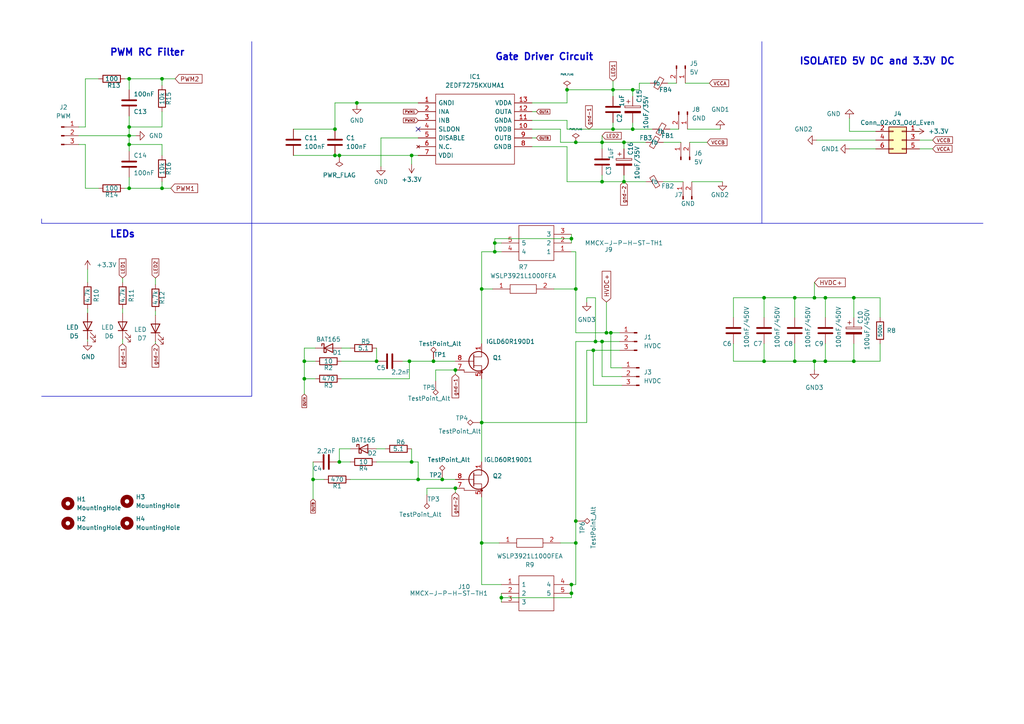
<source format=kicad_sch>
(kicad_sch (version 20230121) (generator eeschema)
  (paper "A4")
  (lib_symbols
    (symbol "2EDF7275KXUMA1:2EDF7275KXUMA1" (pin_names (offset 0.762))
      (property "Reference" "IC" (at 29.21 7.62 0))
      (property "Value" "2EDF7275KXUMA1" (at 29.21 5.08 0))
      (symbol "2EDF7275KXUMA1_0_0"
        (pin passive line (at 0 0 0) (length 5.08) (name "GNDI") (number "1"))
        (pin passive line (at 33.02 -7.62 180) (length 5.08) (name "VDDB") (number "10"))
        (pin passive line (at 33.02 -5.08 180) (length 5.08) (name "GNDA") (number "11"))
        (pin passive line (at 33.02 -2.54 180) (length 5.08) (name "OUTA") (number "12"))
        (pin passive line (at 33.02 0 180) (length 5.08) (name "VDDA") (number "13"))
        (pin passive line (at 0 -2.54 0) (length 5.08) (name "INA") (number "2"))
        (pin passive line (at 0 -5.08 0) (length 5.08) (name "INB") (number "3"))
        (pin passive line (at 0 -7.62 0) (length 5.08) (name "SLDON") (number "4"))
        (pin passive line (at 0 -10.16 0) (length 5.08) (name "DISABLE") (number "5"))
        (pin no_connect line (at 0 -12.7 0) (length 5.08) (name "N.C.") (number "6"))
        (pin passive line (at 0 -15.24 0) (length 5.08) (name "VDDI") (number "7"))
        (pin passive line (at 33.02 -12.7 180) (length 5.08) (name "GNDB") (number "8"))
        (pin passive line (at 33.02 -10.16 180) (length 5.08) (name "OUTB") (number "9"))
      )
      (symbol "2EDF7275KXUMA1_0_1"
        (polyline (pts (xy 5.08 2.54) (xy 27.94 2.54) (xy 27.94 -17.78) (xy 5.08 -17.78) (xy 5.08 2.54)) (stroke (width 0.1524)))
      )
    )
    (symbol "Connector:Conn_01x02_Male" (pin_names (offset 1.016) hide)
      (property "Reference" "J" (at 0 2.54 0))
      (property "Value" "Conn_01x02_Male" (at 0 -5.08 0))
      (symbol "Conn_01x02_Male_1_1"
        (polyline (pts (xy 1.27 -2.54) (xy 0.8636 -2.54)) (stroke (width 0.1524)))
        (polyline (pts (xy 1.27 0) (xy 0.8636 0)) (stroke (width 0.1524)))
        (rectangle (start 0.8636 -2.413) (end 0 -2.667) (stroke (width 0.1524)) (fill (type outline)))
        (rectangle (start 0.8636 0.127) (end 0 -0.127) (stroke (width 0.1524)) (fill (type outline)))
        (pin passive line (at 5.08 0 180) (length 3.81) (name "Pin_1") (number "1"))
        (pin passive line (at 5.08 -2.54 180) (length 3.81) (name "Pin_2") (number "2"))
      )
    )
    (symbol "Connector:Conn_01x03_Male" (pin_names (offset 1.016) hide)
      (property "Reference" "J" (at 0 5.08 0))
      (property "Value" "Conn_01x03_Male" (at 0 -5.08 0))
      (symbol "Conn_01x03_Male_1_1"
        (polyline (pts (xy 1.27 -2.54) (xy 0.8636 -2.54)) (stroke (width 0.1524)))
        (polyline (pts (xy 1.27 0) (xy 0.8636 0)) (stroke (width 0.1524)))
        (polyline (pts (xy 1.27 2.54) (xy 0.8636 2.54)) (stroke (width 0.1524)))
        (rectangle (start 0.8636 -2.413) (end 0 -2.667) (stroke (width 0.1524)) (fill (type outline)))
        (rectangle (start 0.8636 0.127) (end 0 -0.127) (stroke (width 0.1524)) (fill (type outline)))
        (rectangle (start 0.8636 2.667) (end 0 2.413) (stroke (width 0.1524)) (fill (type outline)))
        (pin passive line (at 5.08 2.54 180) (length 3.81) (name "Pin_1") (number "1"))
        (pin passive line (at 5.08 0 180) (length 3.81) (name "Pin_2") (number "2"))
        (pin passive line (at 5.08 -2.54 180) (length 3.81) (name "Pin_3") (number "3"))
      )
    )
    (symbol "Connector:TestPoint_Alt" (pin_numbers hide) (pin_names (offset 0.762) hide)
      (property "Reference" "TP" (at 0 6.858 0))
      (property "Value" "TestPoint_Alt" (at 0 5.08 0))
      (symbol "TestPoint_Alt_0_1"
        (polyline (pts (xy 0 2.54) (xy -0.762 3.302) (xy 0 4.064) (xy 0.762 3.302) (xy 0 2.54)))
      )
      (symbol "TestPoint_Alt_1_1"
        (pin passive line (at 0 0 90) (length 2.54) (name "1") (number "1"))
      )
    )
    (symbol "Connector_Generic:Conn_02x03_Odd_Even" (pin_names (offset 1.016) hide)
      (property "Reference" "J" (at 1.27 5.08 0))
      (property "Value" "Conn_02x03_Odd_Even" (at 1.27 -5.08 0))
      (symbol "Conn_02x03_Odd_Even_1_1"
        (rectangle (start -1.27 -2.413) (end 0 -2.667) (stroke (width 0.1524)))
        (rectangle (start -1.27 0.127) (end 0 -0.127) (stroke (width 0.1524)))
        (rectangle (start -1.27 2.667) (end 0 2.413) (stroke (width 0.1524)))
        (rectangle (start -1.27 3.81) (end 3.81 -3.81) (stroke (width 0.254)) (fill (type background)))
        (rectangle (start 3.81 -2.413) (end 2.54 -2.667) (stroke (width 0.1524)))
        (rectangle (start 3.81 0.127) (end 2.54 -0.127) (stroke (width 0.1524)))
        (rectangle (start 3.81 2.667) (end 2.54 2.413) (stroke (width 0.1524)))
        (pin passive line (at -5.08 2.54 0) (length 3.81) (name "Pin_1") (number "1"))
        (pin passive line (at 7.62 2.54 180) (length 3.81) (name "Pin_2") (number "2"))
        (pin passive line (at -5.08 0 0) (length 3.81) (name "Pin_3") (number "3"))
        (pin passive line (at 7.62 0 180) (length 3.81) (name "Pin_4") (number "4"))
        (pin passive line (at -5.08 -2.54 0) (length 3.81) (name "Pin_5") (number "5"))
        (pin passive line (at 7.62 -2.54 180) (length 3.81) (name "Pin_6") (number "6"))
      )
    )
    (symbol "Device:C" (pin_numbers hide) (pin_names (offset 0.254))
      (property "Reference" "C" (at 0.635 2.54 0))
      (property "Value" "C" (at 0.635 -2.54 0))
      (symbol "C_0_1"
        (polyline (pts (xy -2.032 -0.762) (xy 2.032 -0.762)) (stroke (width 0.508)))
        (polyline (pts (xy -2.032 0.762) (xy 2.032 0.762)) (stroke (width 0.508)))
      )
      (symbol "C_1_1"
        (pin passive line (at 0 3.81 270) (length 2.794) (name "~") (number "1"))
        (pin passive line (at 0 -3.81 90) (length 2.794) (name "~") (number "2"))
      )
    )
    (symbol "Device:C_Polarized" (pin_numbers hide) (pin_names (offset 0.254))
      (property "Reference" "C" (at 0.635 2.54 0))
      (property "Value" "C_Polarized" (at 0.635 -2.54 0))
      (symbol "C_Polarized_0_1"
        (rectangle (start -2.286 0.508) (end 2.286 1.016))
        (polyline (pts (xy -1.778 2.286) (xy -0.762 2.286)))
        (polyline (pts (xy -1.27 2.794) (xy -1.27 1.778)))
        (rectangle (start 2.286 -0.508) (end -2.286 -1.016) (fill (type outline)))
      )
      (symbol "C_Polarized_1_1"
        (pin passive line (at 0 3.81 270) (length 2.794) (name "~") (number "1"))
        (pin passive line (at 0 -3.81 90) (length 2.794) (name "~") (number "2"))
      )
    )
    (symbol "Device:D_Schottky" (pin_numbers hide) (pin_names (offset 1.016) hide)
      (property "Reference" "D" (at 0 2.54 0))
      (property "Value" "D_Schottky" (at 0 -2.54 0))
      (symbol "D_Schottky_0_1"
        (polyline (pts (xy 1.27 0) (xy -1.27 0)))
        (polyline (pts (xy 1.27 1.27) (xy 1.27 -1.27) (xy -1.27 0) (xy 1.27 1.27)) (stroke (width 0.254)))
        (polyline (pts (xy -1.905 0.635) (xy -1.905 1.27) (xy -1.27 1.27) (xy -1.27 -1.27) (xy -0.635 -1.27) (xy -0.635 -0.635)) (stroke (width 0.254)))
      )
      (symbol "D_Schottky_1_1"
        (pin passive line (at -3.81 0 0) (length 2.54) (name "K") (number "1"))
        (pin passive line (at 3.81 0 180) (length 2.54) (name "A") (number "2"))
      )
    )
    (symbol "Device:FerriteBead_Small" (pin_numbers hide) (pin_names (offset 0))
      (property "Reference" "FB" (at 1.905 1.27 0))
      (property "Value" "FerriteBead_Small" (at 1.905 -1.27 0))
      (symbol "FerriteBead_Small_0_1"
        (polyline (pts (xy 0 -1.27) (xy 0 -0.7874)))
        (polyline (pts (xy 0 0.889) (xy 0 1.2954)))
        (polyline (pts (xy -1.8288 0.2794) (xy -1.1176 1.4986) (xy 1.8288 -0.2032) (xy 1.1176 -1.4224) (xy -1.8288 0.2794)))
      )
      (symbol "FerriteBead_Small_1_1"
        (pin passive line (at 0 2.54 270) (length 1.27) (name "~") (number "1"))
        (pin passive line (at 0 -2.54 90) (length 1.27) (name "~") (number "2"))
      )
    )
    (symbol "Device:LED" (pin_numbers hide) (pin_names (offset 1.016) hide)
      (property "Reference" "D" (at 0 2.54 0))
      (property "Value" "LED" (at 0 -2.54 0))
      (symbol "LED_0_1"
        (polyline (pts (xy -1.27 -1.27) (xy -1.27 1.27)) (stroke (width 0.254)))
        (polyline (pts (xy -1.27 0) (xy 1.27 0)))
        (polyline (pts (xy 1.27 -1.27) (xy 1.27 1.27) (xy -1.27 0) (xy 1.27 -1.27)) (stroke (width 0.254)))
        (polyline (pts (xy -3.048 -0.762) (xy -4.572 -2.286) (xy -3.81 -2.286) (xy -4.572 -2.286) (xy -4.572 -1.524)))
        (polyline (pts (xy -1.778 -0.762) (xy -3.302 -2.286) (xy -2.54 -2.286) (xy -3.302 -2.286) (xy -3.302 -1.524)))
      )
      (symbol "LED_1_1"
        (pin passive line (at -3.81 0 0) (length 2.54) (name "K") (number "1"))
        (pin passive line (at 3.81 0 180) (length 2.54) (name "A") (number "2"))
      )
    )
    (symbol "Device:R" (pin_numbers hide) (pin_names (offset 0))
      (property "Reference" "R" (at 2.032 0 90))
      (property "Value" "R" (at 0 0 90))
      (symbol "R_0_1"
        (rectangle (start -1.016 -2.54) (end 1.016 2.54) (stroke (width 0.254)))
      )
      (symbol "R_1_1"
        (pin passive line (at 0 3.81 270) (length 1.27) (name "~") (number "1"))
        (pin passive line (at 0 -3.81 90) (length 1.27) (name "~") (number "2"))
      )
    )
    (symbol "MMCX-J-P-H-ST-TH1:MMCX-J-P-H-ST-TH1" (pin_names (offset 0.762))
      (property "Reference" "J" (at 16.51 7.62 0))
      (property "Value" "MMCX-J-P-H-ST-TH1" (at 16.51 5.08 0))
      (symbol "MMCX-J-P-H-ST-TH1_0_0"
        (pin passive line (at 0 0 0) (length 5.08) (name "1") (number "1"))
        (pin passive line (at 0 -2.54 0) (length 5.08) (name "2") (number "2"))
        (pin passive line (at 0 -5.08 0) (length 5.08) (name "3") (number "3"))
        (pin passive line (at 20.32 0 180) (length 5.08) (name "4") (number "4"))
        (pin passive line (at 20.32 -2.54 180) (length 5.08) (name "5") (number "5"))
      )
      (symbol "MMCX-J-P-H-ST-TH1_0_1"
        (polyline (pts (xy 5.08 2.54) (xy 15.24 2.54) (xy 15.24 -7.62) (xy 5.08 -7.62) (xy 5.08 2.54)) (stroke (width 0.1524)))
      )
    )
    (symbol "Mechanical:MountingHole" (pin_names (offset 1.016))
      (property "Reference" "H" (at 0 5.08 0))
      (property "Value" "MountingHole" (at 0 3.175 0))
      (symbol "MountingHole_0_1"
        (circle (center 0 0) (radius 1.27) (stroke (width 1.27)))
      )
    )
    (symbol "Transistor_FET:IGLD60R190D1" (pin_names (offset 0) hide)
      (property "Reference" "Q" (at 5.08 1.905 0))
      (property "Value" "IGLD60R190D1" (at 5.08 0 0))
      (symbol "IGLD60R190D1_0_1"
        (polyline (pts (xy -2.54 0) (xy 0.254 0)))
        (polyline (pts (xy -2.54 -2.54) (xy -2.54 -3.175) (xy 2.54 -3.175)))
        (polyline (pts (xy 0.254 -1.27) (xy 2.54 -1.27) (xy 2.54 -2.54)))
        (polyline (pts (xy 0.254 1.905) (xy 0.254 -1.905) (xy 0.254 -1.905)) (stroke (width 0.254)))
        (polyline (pts (xy 2.54 2.54) (xy 2.54 1.27) (xy 0.254 1.27)))
        (circle (center 1.651 0) (radius 2.8194) (stroke (width 0.254)))
        (circle (center 2.54 -3.175) (radius 0.2794) (fill (type outline)))
      )
      (symbol "IGLD60R190D1_1_1"
        (pin passive line (at 2.54 5.08 270) (length 2.54) (name "D") (number "1"))
        (pin passive line (at 2.54 5.08 270) (length 2.54) hide (name "D") (number "2"))
        (pin passive line (at 2.54 5.08 270) (length 2.54) hide (name "D") (number "3"))
        (pin passive line (at 2.54 5.08 270) (length 2.54) hide (name "D") (number "4"))
        (pin passive line (at 2.54 -5.08 90) (length 2.54) (name "S") (number "5"))
        (pin passive line (at 2.54 -5.08 90) (length 2.54) hide (name "S") (number "6"))
        (pin passive line (at -5.08 -2.54 0) (length 2.54) (name "SS") (number "7"))
        (pin input line (at -5.08 0 0) (length 2.54) (name "G") (number "8"))
        (pin passive line (at 2.54 -5.08 90) (length 2.54) hide (name "S") (number "9"))
      )
    )
    (symbol "WSLP3921L1000FEA:WSLP3921L1000FEA" (pin_names (offset 0.762))
      (property "Reference" "R" (at 13.97 6.35 0))
      (property "Value" "WSLP3921L1000FEA" (at 13.97 3.81 0))
      (symbol "WSLP3921L1000FEA_0_0"
        (pin passive line (at 0 0 0) (length 5.08) (name "~") (number "1"))
        (pin passive line (at 17.78 0 180) (length 5.08) (name "~") (number "2"))
      )
      (symbol "WSLP3921L1000FEA_0_1"
        (polyline (pts (xy 5.08 1.27) (xy 12.7 1.27) (xy 12.7 -1.27) (xy 5.08 -1.27) (xy 5.08 1.27)) (stroke (width 0.1524)))
      )
    )
    (symbol "power:+3.3V" (power) (pin_names (offset 0))
      (property "Value" "+3.3V" (at 0 3.556 0))
      (symbol "+3.3V_0_1"
        (polyline (pts (xy -0.762 1.27) (xy 0 2.54)))
        (polyline (pts (xy 0 0) (xy 0 2.54)))
        (polyline (pts (xy 0 2.54) (xy 0.762 1.27)))
      )
      (symbol "+3.3V_1_1"
        (pin power_in line (at 0 0 90) (length 0) hide (name "+3.3V") (number "1"))
      )
    )
    (symbol "power:GND" (power) (pin_names (offset 0))
      (property "Value" "GND" (at 0 -3.81 0))
      (symbol "GND_0_1"
        (polyline (pts (xy 0 0) (xy 0 -1.27) (xy 1.27 -1.27) (xy 0 -2.54) (xy -1.27 -1.27) (xy 0 -1.27)))
      )
      (symbol "GND_1_1"
        (pin power_in line (at 0 0 270) (length 0) hide (name "GND") (number "1"))
      )
    )
    (symbol "power:GND1" (power) (pin_names (offset 0))
      (property "Value" "GND1" (at 0 -3.81 0))
      (symbol "GND1_0_1"
        (polyline (pts (xy 0 0) (xy 0 -1.27) (xy 1.27 -1.27) (xy 0 -2.54) (xy -1.27 -1.27) (xy 0 -1.27)))
      )
      (symbol "GND1_1_1"
        (pin power_in line (at 0 0 270) (length 0) hide (name "GND1") (number "1"))
      )
    )
    (symbol "power:GND2" (power) (pin_names (offset 0))
      (property "Value" "GND2" (at 0 -3.81 0))
      (symbol "GND2_0_1"
        (polyline (pts (xy 0 0) (xy 0 -1.27) (xy 1.27 -1.27) (xy 0 -2.54) (xy -1.27 -1.27) (xy 0 -1.27)))
      )
      (symbol "GND2_1_1"
        (pin power_in line (at 0 0 270) (length 0) hide (name "GND2") (number "1"))
      )
    )
    (symbol "power:GND3" (power) (pin_names (offset 0))
      (property "Value" "GND3" (at 0 -3.81 0))
      (symbol "GND3_0_1"
        (polyline (pts (xy 0 0) (xy 0 -1.27) (xy 1.27 -1.27) (xy 0 -2.54) (xy -1.27 -1.27) (xy 0 -1.27)))
      )
      (symbol "GND3_1_1"
        (pin power_in line (at 0 0 270) (length 0) hide (name "GND3") (number "1"))
      )
    )
    (symbol "power:PWR_FLAG" (power) (pin_numbers hide) (pin_names (offset 0) hide)
      (property "Value" "PWR_FLAG" (at 0 3.81 0))
      (symbol "PWR_FLAG_0_0"
        (pin power_out line (at 0 0 90) (length 0) (name "pwr") (number "1"))
      )
      (symbol "PWR_FLAG_0_1"
        (polyline (pts (xy 0 0) (xy 0 1.27) (xy -1.016 1.905) (xy 0 2.54) (xy 1.016 1.905) (xy 0 1.27)))
      )
    )
  )
  (junction (at 183.515 26.035))
  (junction (at 247.65 104.775))
  (junction (at 139.7 83.82))
  (junction (at 37.465 54.61))
  (junction (at 145.415 173.355))
  (junction (at 109.22 104.775))
  (junction (at 177.165 96.52))
  (junction (at 98.425 45.085))
  (junction (at 230.505 104.775))
  (junction (at 177.8 26.035))
  (junction (at 236.22 86.36))
  (junction (at 119.38 45.085))
  (junction (at 119.38 133.985))
  (junction (at 97.155 37.465))
  (junction (at 230.505 86.36))
  (junction (at 180.975 52.705))
  (junction (at 172.72 99.06))
  (junction (at 88.265 104.775))
  (junction (at 37.465 41.91))
  (junction (at 174.625 41.275))
  (junction (at 236.22 104.775))
  (junction (at 97.155 45.085))
  (junction (at 174.625 52.705))
  (junction (at 46.99 22.86))
  (junction (at 175.895 96.52))
  (junction (at 139.7 122.555))
  (junction (at 103.505 29.845))
  (junction (at 90.805 139.065))
  (junction (at 46.99 54.61))
  (junction (at 132.08 141.605))
  (junction (at 132.08 107.315))
  (junction (at 167.005 151.13))
  (junction (at 98.425 133.985))
  (junction (at 37.465 36.83))
  (junction (at 165.735 169.545))
  (junction (at 239.395 86.36))
  (junction (at 143.51 73.025))
  (junction (at 143.51 70.485))
  (junction (at 165.735 69.215))
  (junction (at 128.27 139.065))
  (junction (at 139.7 157.48))
  (junction (at 164.465 26.035))
  (junction (at 183.515 37.465))
  (junction (at 118.745 104.775))
  (junction (at 167.005 83.82))
  (junction (at 239.395 104.775))
  (junction (at 172.085 101.6))
  (junction (at 37.465 39.37))
  (junction (at 37.465 22.86))
  (junction (at 174.625 99.06))
  (junction (at 88.265 109.855))
  (junction (at 167.005 157.48))
  (junction (at 121.285 139.065))
  (junction (at 165.735 172.085))
  (junction (at 180.975 41.275))
  (junction (at 125.73 104.775))
  (junction (at 247.65 86.36))
  (junction (at 221.615 104.775))
  (junction (at 221.615 86.36))
  (junction (at 167.005 41.275))
  (junction (at 177.8 37.465))
  (no_connect (at 121.285 37.465))
  (wire (pts (xy 98.425 130.175) (xy 101.6 130.175)))
  (wire (pts (xy 24.765 54.61) (xy 24.765 41.91)))
  (wire (pts (xy 164.465 42.545) (xy 154.305 42.545)))
  (wire (pts (xy 172.085 101.6) (xy 179.705 101.6)))
  (polyline (pts (xy 12.065 114.935) (xy 73.025 114.935)))
  (wire (pts (xy 98.425 45.085) (xy 98.425 45.72)))
  (wire (pts (xy 45.085 90.17) (xy 45.085 91.44)))
  (wire (pts (xy 183.515 35.56) (xy 183.515 37.465)))
  (wire (pts (xy 177.8 27.94) (xy 177.8 26.035)))
  (wire (pts (xy 180.975 41.275) (xy 187.325 41.275)))
  (wire (pts (xy 99.06 104.775) (xy 109.22 104.775)))
  (wire (pts (xy 139.7 109.855) (xy 139.7 122.555)))
  (wire (pts (xy 180.34 106.68) (xy 177.165 106.68)))
  (wire (pts (xy 103.505 30.48) (xy 103.505 29.845)))
  (polyline (pts (xy 220.98 64.77) (xy 285.115 64.77)))
  (wire (pts (xy 266.7 40.64) (xy 270.51 40.64)))
  (wire (pts (xy 143.51 70.485) (xy 143.51 69.215)))
  (wire (pts (xy 143.51 69.215) (xy 165.735 69.215)))
  (wire (pts (xy 236.22 104.775) (xy 236.22 107.315)))
  (wire (pts (xy 154.305 40.005) (xy 155.575 40.005)))
  (wire (pts (xy 167.005 151.13) (xy 167.005 157.48)))
  (wire (pts (xy 192.405 52.705) (xy 198.12 52.705)))
  (wire (pts (xy 239.395 86.36) (xy 236.22 86.36)))
  (wire (pts (xy 24.765 22.86) (xy 28.575 22.86)))
  (wire (pts (xy 165.735 169.545) (xy 167.005 169.545)))
  (wire (pts (xy 164.465 37.465) (xy 164.465 34.925)))
  (wire (pts (xy 192.405 41.275) (xy 197.485 41.275)))
  (wire (pts (xy 132.08 142.875) (xy 132.08 141.605)))
  (wire (pts (xy 177.165 106.68) (xy 177.165 96.52)))
  (polyline (pts (xy 220.98 12.065) (xy 220.98 64.77)))
  (wire (pts (xy 126.365 107.315) (xy 132.08 107.315)))
  (wire (pts (xy 165.735 172.085) (xy 165.735 173.355)))
  (wire (pts (xy 266.7 43.18) (xy 270.51 43.18)))
  (wire (pts (xy 85.09 37.465) (xy 97.155 37.465)))
  (wire (pts (xy 212.725 92.075) (xy 212.725 86.36)))
  (wire (pts (xy 145.415 73.025) (xy 143.51 73.025)))
  (wire (pts (xy 175.895 87.63) (xy 175.895 96.52)))
  (wire (pts (xy 174.625 41.275) (xy 180.975 41.275)))
  (wire (pts (xy 221.615 86.36) (xy 221.615 92.075)))
  (wire (pts (xy 165.735 67.945) (xy 165.735 69.215)))
  (wire (pts (xy 183.515 26.035) (xy 185.42 26.035)))
  (wire (pts (xy 110.49 40.005) (xy 110.49 48.26)))
  (wire (pts (xy 143.51 73.025) (xy 139.7 73.025)))
  (wire (pts (xy 164.465 29.845) (xy 164.465 26.035)))
  (wire (pts (xy 128.27 139.065) (xy 132.08 139.065)))
  (wire (pts (xy 175.895 96.52) (xy 177.165 96.52)))
  (wire (pts (xy 37.465 41.91) (xy 37.465 43.815)))
  (wire (pts (xy 165.735 69.215) (xy 165.735 70.485)))
  (wire (pts (xy 162.56 37.465) (xy 154.305 37.465)))
  (wire (pts (xy 183.515 37.465) (xy 189.23 37.465)))
  (wire (pts (xy 154.305 32.385) (xy 155.575 32.385)))
  (wire (pts (xy 230.505 86.36) (xy 230.505 92.075)))
  (wire (pts (xy 177.8 23.495) (xy 177.8 26.035)))
  (wire (pts (xy 212.725 104.775) (xy 212.725 99.695)))
  (wire (pts (xy 97.155 29.845) (xy 103.505 29.845)))
  (wire (pts (xy 170.18 122.555) (xy 170.18 101.6)))
  (wire (pts (xy 164.465 42.545) (xy 164.465 52.705)))
  (wire (pts (xy 167.005 41.275) (xy 174.625 41.275)))
  (wire (pts (xy 221.615 104.775) (xy 212.725 104.775)))
  (wire (pts (xy 46.99 24.765) (xy 46.99 22.86)))
  (wire (pts (xy 24.765 36.83) (xy 24.765 22.86)))
  (wire (pts (xy 103.505 29.845) (xy 121.285 29.845)))
  (wire (pts (xy 123.825 141.605) (xy 132.08 141.605)))
  (wire (pts (xy 37.465 22.86) (xy 37.465 26.035)))
  (wire (pts (xy 109.22 133.985) (xy 119.38 133.985)))
  (wire (pts (xy 200.66 52.705) (xy 209.55 52.705)))
  (wire (pts (xy 247.65 99.695) (xy 247.65 104.775)))
  (wire (pts (xy 35.56 80.645) (xy 35.56 81.915)))
  (wire (pts (xy 162.56 41.275) (xy 167.005 41.275)))
  (wire (pts (xy 90.805 139.065) (xy 90.805 133.985)))
  (wire (pts (xy 145.415 70.485) (xy 143.51 70.485)))
  (wire (pts (xy 121.285 139.065) (xy 128.27 139.065)))
  (wire (pts (xy 221.615 99.695) (xy 221.615 104.775)))
  (polyline (pts (xy 73.025 64.77) (xy 73.025 114.935)))
  (wire (pts (xy 123.825 143.51) (xy 123.825 141.605)))
  (wire (pts (xy 164.465 37.465) (xy 177.8 37.465)))
  (wire (pts (xy 167.005 157.48) (xy 167.005 169.545)))
  (wire (pts (xy 101.6 133.985) (xy 98.425 133.985)))
  (wire (pts (xy 172.085 111.76) (xy 172.085 101.6)))
  (wire (pts (xy 247.65 86.36) (xy 239.395 86.36)))
  (wire (pts (xy 255.27 86.36) (xy 247.65 86.36)))
  (wire (pts (xy 93.98 139.065) (xy 90.805 139.065)))
  (wire (pts (xy 170.18 86.36) (xy 170.18 87.63)))
  (wire (pts (xy 116.84 104.775) (xy 118.745 104.775)))
  (wire (pts (xy 46.99 45.085) (xy 46.99 41.91)))
  (wire (pts (xy 88.265 114.3) (xy 88.265 109.855)))
  (wire (pts (xy 139.7 122.555) (xy 139.7 133.985)))
  (wire (pts (xy 174.625 50.8) (xy 174.625 52.705)))
  (wire (pts (xy 164.465 26.035) (xy 177.8 26.035)))
  (wire (pts (xy 230.505 99.695) (xy 230.505 104.775)))
  (wire (pts (xy 145.415 173.355) (xy 145.415 174.625)))
  (wire (pts (xy 139.7 73.025) (xy 139.7 83.82)))
  (wire (pts (xy 22.86 36.83) (xy 24.765 36.83)))
  (wire (pts (xy 35.56 99.695) (xy 35.56 98.425)))
  (polyline (pts (xy 220.98 64.77) (xy 73.025 64.77)))
  (wire (pts (xy 37.465 33.655) (xy 37.465 36.83)))
  (wire (pts (xy 22.86 41.91) (xy 24.765 41.91)))
  (wire (pts (xy 247.65 104.775) (xy 255.27 104.775)))
  (wire (pts (xy 99.06 100.965) (xy 101.6 100.965)))
  (wire (pts (xy 118.745 104.775) (xy 125.73 104.775)))
  (wire (pts (xy 199.39 37.465) (xy 208.915 37.465)))
  (wire (pts (xy 119.38 45.085) (xy 119.38 47.625)))
  (wire (pts (xy 162.56 41.275) (xy 162.56 37.465)))
  (wire (pts (xy 25.4 78.105) (xy 25.4 81.915)))
  (wire (pts (xy 180.975 50.8) (xy 180.975 52.705)))
  (wire (pts (xy 36.195 54.61) (xy 37.465 54.61)))
  (wire (pts (xy 46.99 54.61) (xy 37.465 54.61)))
  (wire (pts (xy 139.7 169.545) (xy 139.7 157.48)))
  (wire (pts (xy 91.44 104.775) (xy 88.265 104.775)))
  (wire (pts (xy 164.465 52.705) (xy 174.625 52.705)))
  (wire (pts (xy 46.99 32.385) (xy 46.99 36.83)))
  (wire (pts (xy 174.625 52.705) (xy 180.975 52.705)))
  (wire (pts (xy 126.365 110.49) (xy 126.365 107.315)))
  (wire (pts (xy 160.655 83.82) (xy 167.005 83.82)))
  (wire (pts (xy 46.99 22.86) (xy 37.465 22.86)))
  (wire (pts (xy 139.7 122.555) (xy 170.18 122.555)))
  (wire (pts (xy 22.86 39.37) (xy 37.465 39.37)))
  (wire (pts (xy 37.465 54.61) (xy 37.465 51.435)))
  (wire (pts (xy 165.735 169.545) (xy 165.735 172.085)))
  (wire (pts (xy 90.805 144.78) (xy 90.805 139.065)))
  (wire (pts (xy 85.09 45.085) (xy 97.155 45.085)))
  (wire (pts (xy 172.72 86.36) (xy 172.72 99.06)))
  (wire (pts (xy 119.38 45.085) (xy 121.285 45.085)))
  (wire (pts (xy 198.755 24.13) (xy 205.74 24.13)))
  (wire (pts (xy 266.7 38.1) (xy 265.43 38.1)))
  (wire (pts (xy 145.415 172.085) (xy 145.415 173.355)))
  (wire (pts (xy 109.22 104.775) (xy 109.22 100.965)))
  (wire (pts (xy 139.7 144.145) (xy 139.7 157.48)))
  (polyline (pts (xy 73.025 64.77) (xy 12.065 64.77)))
  (wire (pts (xy 255.27 99.695) (xy 255.27 104.775)))
  (wire (pts (xy 37.465 36.83) (xy 37.465 39.37)))
  (wire (pts (xy 139.7 83.82) (xy 139.7 99.695)))
  (wire (pts (xy 230.505 104.775) (xy 221.615 104.775)))
  (wire (pts (xy 46.99 54.61) (xy 49.53 54.61)))
  (wire (pts (xy 167.005 73.025) (xy 167.005 83.82)))
  (wire (pts (xy 46.99 22.86) (xy 50.8 22.86)))
  (wire (pts (xy 167.005 96.52) (xy 175.895 96.52)))
  (wire (pts (xy 45.085 99.695) (xy 45.085 99.06)))
  (wire (pts (xy 46.99 36.83) (xy 37.465 36.83)))
  (wire (pts (xy 139.7 169.545) (xy 145.415 169.545)))
  (wire (pts (xy 167.005 99.06) (xy 172.72 99.06)))
  (wire (pts (xy 25.4 89.535) (xy 25.4 90.805)))
  (wire (pts (xy 37.465 39.37) (xy 39.37 39.37)))
  (wire (pts (xy 180.975 43.18) (xy 180.975 41.275)))
  (wire (pts (xy 183.515 27.94) (xy 183.515 26.035)))
  (wire (pts (xy 99.06 109.855) (xy 118.745 109.855)))
  (wire (pts (xy 97.155 29.845) (xy 97.155 37.465)))
  (wire (pts (xy 167.005 83.82) (xy 167.005 96.52)))
  (wire (pts (xy 139.7 157.48) (xy 144.78 157.48)))
  (wire (pts (xy 167.005 99.06) (xy 167.005 151.13)))
  (wire (pts (xy 88.265 109.855) (xy 88.265 104.775)))
  (wire (pts (xy 236.855 40.64) (xy 254 40.64)))
  (wire (pts (xy 236.22 104.775) (xy 239.395 104.775)))
  (wire (pts (xy 185.42 24.13) (xy 188.595 24.13)))
  (wire (pts (xy 46.99 41.91) (xy 37.465 41.91)))
  (wire (pts (xy 239.395 99.695) (xy 239.395 104.775)))
  (wire (pts (xy 132.08 108.585) (xy 132.08 107.315)))
  (wire (pts (xy 119.38 133.985) (xy 119.38 130.175)))
  (wire (pts (xy 125.73 104.775) (xy 132.08 104.775)))
  (wire (pts (xy 91.44 109.855) (xy 88.265 109.855)))
  (wire (pts (xy 174.625 41.275) (xy 174.625 43.18)))
  (wire (pts (xy 121.285 139.065) (xy 121.285 133.985)))
  (wire (pts (xy 185.42 24.13) (xy 185.42 26.035)))
  (wire (pts (xy 28.575 54.61) (xy 24.765 54.61)))
  (wire (pts (xy 180.975 52.705) (xy 187.325 52.705)))
  (wire (pts (xy 255.27 92.075) (xy 255.27 86.36)))
  (wire (pts (xy 247.65 86.36) (xy 247.65 92.075)))
  (wire (pts (xy 246.38 43.18) (xy 254 43.18)))
  (wire (pts (xy 46.99 52.705) (xy 46.99 54.61)))
  (wire (pts (xy 98.425 133.985) (xy 98.425 130.175)))
  (wire (pts (xy 164.465 34.925) (xy 154.305 34.925)))
  (wire (pts (xy 194.31 37.465) (xy 196.85 37.465)))
  (wire (pts (xy 177.165 96.52) (xy 179.705 96.52)))
  (wire (pts (xy 239.395 86.36) (xy 239.395 92.075)))
  (wire (pts (xy 37.465 41.91) (xy 37.465 39.37)))
  (wire (pts (xy 236.22 81.915) (xy 236.22 86.36)))
  (wire (pts (xy 172.72 99.06) (xy 174.625 99.06)))
  (wire (pts (xy 246.38 38.1) (xy 254 38.1)))
  (wire (pts (xy 180.34 109.22) (xy 174.625 109.22)))
  (wire (pts (xy 236.22 86.36) (xy 230.505 86.36)))
  (wire (pts (xy 25.4 99.06) (xy 25.4 98.425)))
  (wire (pts (xy 35.56 89.535) (xy 35.56 90.805)))
  (wire (pts (xy 212.725 86.36) (xy 221.615 86.36)))
  (wire (pts (xy 36.195 22.86) (xy 37.465 22.86)))
  (wire (pts (xy 88.265 100.965) (xy 91.44 100.965)))
  (wire (pts (xy 177.8 26.035) (xy 183.515 26.035)))
  (wire (pts (xy 121.285 133.985) (xy 119.38 133.985)))
  (wire (pts (xy 230.505 104.775) (xy 236.22 104.775)))
  (wire (pts (xy 246.38 34.29) (xy 246.38 38.1)))
  (wire (pts (xy 172.72 86.36) (xy 170.18 86.36)))
  (wire (pts (xy 174.625 99.06) (xy 179.705 99.06)))
  (polyline (pts (xy 12.065 63.5) (xy 12.065 64.77)))
  (wire (pts (xy 110.49 40.005) (xy 121.285 40.005)))
  (wire (pts (xy 118.745 109.855) (xy 118.745 104.775)))
  (wire (pts (xy 165.735 173.355) (xy 145.415 173.355)))
  (wire (pts (xy 180.34 111.76) (xy 172.085 111.76)))
  (wire (pts (xy 109.22 130.175) (xy 111.76 130.175)))
  (wire (pts (xy 205.105 41.275) (xy 200.025 41.275)))
  (wire (pts (xy 177.8 35.56) (xy 177.8 37.465)))
  (wire (pts (xy 174.625 109.22) (xy 174.625 99.06)))
  (wire (pts (xy 143.51 70.485) (xy 143.51 73.025)))
  (wire (pts (xy 177.8 37.465) (xy 183.515 37.465)))
  (wire (pts (xy 98.425 45.085) (xy 119.38 45.085)))
  (wire (pts (xy 165.735 73.025) (xy 167.005 73.025)))
  (wire (pts (xy 162.56 157.48) (xy 167.005 157.48)))
  (wire (pts (xy 174.625 39.37) (xy 174.625 41.275)))
  (polyline (pts (xy 73.025 12.065) (xy 73.025 64.77)))
  (wire (pts (xy 101.6 139.065) (xy 121.285 139.065)))
  (wire (pts (xy 239.395 104.775) (xy 247.65 104.775)))
  (wire (pts (xy 230.505 86.36) (xy 221.615 86.36)))
  (wire (pts (xy 88.265 104.775) (xy 88.265 100.965)))
  (wire (pts (xy 139.7 83.82) (xy 142.875 83.82)))
  (wire (pts (xy 154.305 29.845) (xy 164.465 29.845)))
  (wire (pts (xy 170.18 101.6) (xy 172.085 101.6)))
  (wire (pts (xy 97.155 45.085) (xy 98.425 45.085)))
  (wire (pts (xy 193.675 24.13) (xy 196.215 24.13)))
  (wire (pts (xy 45.085 80.645) (xy 45.085 82.55)))
  (text "LEDs" (at 31.75 69.215 0) (effects (font (size 2 2) (thickness 0.4) bold) (justify left bottom)))
  (text "ISOLATED 5V DC and 3.3V DC" (at 231.775 19.05 0) (effects (font (size 2 2) (thickness 0.4) bold) (justify left bottom)))
  (text "PWM RC Filter" (at 31.75 16.51 0) (effects (font (size 2 2) (thickness 0.4) bold) (justify left bottom)))
  (text "Gate Driver Circuit" (at 143.51 17.78 0) (effects (font (size 2 2) (thickness 0.4) bold) (justify left bottom)))
  (global_label "VCCA" (shape input) (at 270.51 43.18 0) (effects (font (size 1 1))) (property "Intersheetrefs" "${INTERSHEET_REFS}" (effects hide)))
  (global_label "HVDC+" (shape input) (at 175.895 87.63 90) (property "Intersheetrefs" "${INTERSHEET_REFS}" (effects hide)))
  (global_label "LED1" (shape input) (at 177.8 23.495 90) (effects (font (size 1 1))) (property "Intersheetrefs" "${INTERSHEET_REFS}" (effects hide)))
  (global_label "VCCB" (shape input) (at 270.51 40.64 0) (effects (font (size 1 1))) (property "Intersheetrefs" "${INTERSHEET_REFS}" (effects hide)))
  (global_label "PWM1" (shape input) (at 49.53 54.61 0) (property "Intersheetrefs" "${INTERSHEET_REFS}" (effects hide)))
  (global_label "PWM2" (shape input) (at 50.8 22.86 0) (property "Intersheetrefs" "${INTERSHEET_REFS}" (effects hide)))
  (global_label "PWM2" (shape input) (at 121.285 34.925 180) (effects (font (size 0.7 0.7))) (property "Intersheetrefs" "${INTERSHEET_REFS}" (effects hide)))
  (global_label "gnd-1" (shape input) (at 170.815 37.465 90) (effects (font (size 1 1))) (property "Intersheetrefs" "${INTERSHEET_REFS}" (effects hide)))
  (global_label "OUTB" (shape input) (at 155.575 40.005 0) (effects (font (size 0.7 0.7))) (property "Intersheetrefs" "${INTERSHEET_REFS}" (effects hide)))
  (global_label "gnd-2" (shape input) (at 45.085 99.695 270) (effects (font (size 1 1))) (property "Intersheetrefs" "${INTERSHEET_REFS}" (effects hide)))
  (global_label "VCCA" (shape input) (at 205.74 24.13 0) (effects (font (size 1 1))) (property "Intersheetrefs" "${INTERSHEET_REFS}" (effects hide)))
  (global_label "LED2" (shape input) (at 174.625 39.37 0) (effects (font (size 1 1))) (property "Intersheetrefs" "${INTERSHEET_REFS}" (effects hide)))
  (global_label "LED2" (shape input) (at 45.085 80.645 90) (effects (font (size 1 1))) (property "Intersheetrefs" "${INTERSHEET_REFS}" (effects hide)))
  (global_label "OUTA" (shape input) (at 88.265 114.3 270) (effects (font (size 0.7 0.7))) (property "Intersheetrefs" "${INTERSHEET_REFS}" (effects hide)))
  (global_label "gnd-2" (shape input) (at 180.975 52.705 270) (effects (font (size 1 1))) (property "Intersheetrefs" "${INTERSHEET_REFS}" (effects hide)))
  (global_label "OUTB" (shape input) (at 90.805 144.78 270) (effects (font (size 0.7 0.7))) (property "Intersheetrefs" "${INTERSHEET_REFS}" (effects hide)))
  (global_label "LED1" (shape input) (at 35.56 80.645 90) (effects (font (size 1 1))) (property "Intersheetrefs" "${INTERSHEET_REFS}" (effects hide)))
  (global_label "OUTA" (shape input) (at 155.575 32.385 0) (effects (font (size 0.7 0.7))) (property "Intersheetrefs" "${INTERSHEET_REFS}" (effects hide)))
  (global_label "gnd-2" (shape input) (at 132.08 142.875 270) (effects (font (size 1 1))) (property "Intersheetrefs" "${INTERSHEET_REFS}" (effects hide)))
  (global_label "gnd-1" (shape input) (at 132.08 108.585 270) (effects (font (size 1 1))) (property "Intersheetrefs" "${INTERSHEET_REFS}" (effects hide)))
  (global_label "VCCB" (shape input) (at 205.105 41.275 0) (effects (font (size 1 1))) (property "Intersheetrefs" "${INTERSHEET_REFS}" (effects hide)))
  (global_label "HVDC+" (shape input) (at 236.22 81.915 0) (property "Intersheetrefs" "${INTERSHEET_REFS}" (effects hide)))
  (global_label "PWM1" (shape input) (at 121.285 32.385 180) (effects (font (size 0.7 0.7))) (property "Intersheetrefs" "${INTERSHEET_REFS}" (effects hide)))
  (global_label "gnd-1" (shape input) (at 35.56 99.695 270) (effects (font (size 1 1))) (property "Intersheetrefs" "${INTERSHEET_REFS}" (effects hide)))
  (symbol (lib_id "Device:FerriteBead_Small") (at 189.865 52.705 270) (mirror x) (unit 1)
    (property "Reference" "FB2" (at 193.675 53.975 90))
    (property "Value" "fb" (at 189.865 52.705 90))
    (property "Footprint" "Resistor_SMD:R_0805_2012Metric" (effects hide))
  )
  (symbol (lib_id "Connector:Conn_01x03_Male") (at 185.42 109.22 0) (mirror y) (unit 1)
    (property "Reference" "J3" (at 186.69 107.9499 0) (effects (justify right)))
    (property "Value" "HVDC" (at 186.69 110.4899 0) (effects (justify right)))
    (property "Footprint" "Connector_Molex:Molex_KK-396_A-41791-0003_1x03_P3.96mm_Vertical" (effects hide))
  )
  (symbol (lib_id "Connector:TestPoint_Alt") (at 167.005 151.13 270) (unit 1)
    (property "Reference" "TP6" (at 168.91 153.035 0))
    (property "Value" "TestPoint_Alt" (at 172.085 153.035 0))
    (property "Footprint" "TestPoint:TestPoint_Keystone_5000-5004_Miniature" (effects hide))
  )
  (symbol (lib_id "power:GND2") (at 236.855 40.64 270) (mirror x) (unit 1)
    (property "Reference" "#PWR05" (effects hide))
    (property "Value" "GND2" (at 233.045 37.465 90))
  )
  (symbol (lib_id "Device:R") (at 95.25 109.855 90) (unit 1)
    (property "Reference" "R3" (at 95.25 111.76 90))
    (property "Value" "470" (at 95.25 109.855 90))
    (property "Footprint" "Resistor_SMD:R_0805_2012Metric" (effects hide))
  )
  (symbol (lib_id "power:PWR_FLAG") (at 164.465 26.035 0) (unit 1)
    (property "Reference" "#FLG0102" (effects hide))
    (property "Value" "PWR_FLAG" (at 164.465 21.59 0) (effects (font (size 0.5 0.5))))
  )
  (symbol (lib_id "MMCX-J-P-H-ST-TH1:MMCX-J-P-H-ST-TH1") (at 145.415 169.545 0) (unit 1)
    (property "Reference" "J10" (at 134.62 170.18 0))
    (property "Value" "MMCX-J-P-H-ST-TH1" (at 130.175 172.085 0))
    (property "Footprint" "MMCX-J-P-H-ST-TH1:MMCXJPHSTTH1" (effects hide))
    (property "Datasheet" "http://suddendocs.samtec.com/prints/mmcx-j-p-x-st-th1-mkt.pdf" (effects hide))
    (property "Description" "Samtec 50 Straight Through Hole MMCX Connector, jack, Solder Termination, 0  6GHz, Coaxial" (effects hide))
    (property "Height" "4.35" (effects hide))
    (property "Mouser Part Number" "200-MMCXJPHSTTH1" (effects hide))
    (property "Mouser Price/Stock" "https://www.mouser.co.uk/ProductDetail/Samtec/MMCX-J-P-H-ST-TH1?qs=jyzYFa4oMQgZ1Ln0Y5MuTQ%3D%3D" (effects hide))
    (property "Manufacturer_Name" "SAMTEC" (effects hide))
    (property "Manufacturer_Part_Number" "MMCX-J-P-H-ST-TH1" (effects hide))
  )
  (symbol (lib_id "Connector:Conn_01x02_Male") (at 198.755 19.05 270) (unit 1)
    (property "Reference" "J5" (at 200.025 18.4149 90) (effects (justify left)))
    (property "Value" "5V" (at 200.025 20.9549 90) (effects (justify left)))
    (property "Footprint" "Connector_PinHeader_2.54mm:PinHeader_1x02_P2.54mm_Vertical" (effects hide))
  )
  (symbol (lib_id "power:PWR_FLAG") (at 98.425 45.72 180) (unit 1)
    (property "Reference" "#FLG01" (effects hide))
    (property "Value" "PWR_FLAG" (at 98.425 50.8 0))
  )
  (symbol (lib_id "Device:R") (at 45.085 86.36 180) (unit 1)
    (property "Reference" "R12" (at 46.99 86.36 90))
    (property "Value" "4.7k" (at 45.085 86.36 90))
    (property "Footprint" "Resistor_SMD:R_0805_2012Metric" (effects hide))
  )
  (symbol (lib_id "Device:R") (at 97.79 139.065 90) (unit 1)
    (property "Reference" "R1" (at 97.79 140.97 90))
    (property "Value" "470" (at 97.79 139.065 90))
    (property "Footprint" "Resistor_SMD:R_0805_2012Metric" (effects hide))
  )
  (symbol (lib_id "power:GND") (at 110.49 48.26 0) (unit 1)
    (property "Reference" "#PWR0101" (effects hide))
    (property "Value" "GND" (at 110.49 52.705 0))
  )
  (symbol (lib_id "power:GND") (at 246.38 34.29 180) (unit 1)
    (property "Reference" "#PWR08" (effects hide))
    (property "Value" "GND" (at 243.84 33.0201 0) (effects (justify left)))
  )
  (symbol (lib_id "Device:C") (at 230.505 95.885 0) (unit 1)
    (property "Reference" "C8" (at 227.33 99.695 0) (effects (justify left)))
    (property "Value" "100nF/450V" (at 234.315 100.965 90) (effects (justify left)))
    (property "Footprint" "Capacitor_SMD:C_1206_3216Metric" (effects hide))
  )
  (symbol (lib_id "Device:C_Polarized") (at 247.65 95.885 0) (unit 1)
    (property "Reference" "C10" (at 249.555 93.98 90) (effects (justify left)))
    (property "Value" "100uF/450V" (at 251.46 101.6 90) (effects (justify left)))
    (property "Footprint" "EKXL451ELL101MM30S:CAPPRD750W80D1825H3200" (effects hide))
  )
  (symbol (lib_id "Connector:Conn_01x02_Male") (at 197.485 46.355 90) (unit 1)
    (property "Reference" "J6" (at 201.295 44.4499 90) (effects (justify right)))
    (property "Value" "5V" (at 201.295 46.9899 90) (effects (justify right)))
    (property "Footprint" "Connector_PinHeader_2.54mm:PinHeader_1x02_P2.54mm_Vertical" (effects hide))
  )
  (symbol (lib_id "Device:C") (at 239.395 95.885 0) (unit 1)
    (property "Reference" "C9" (at 236.22 99.695 0) (effects (justify left)))
    (property "Value" "100nF/450V" (at 243.205 100.965 90) (effects (justify left)))
    (property "Footprint" "Capacitor_SMD:C_1206_3216Metric" (effects hide))
  )
  (symbol (lib_id "Device:R") (at 35.56 85.725 180) (unit 1)
    (property "Reference" "R11" (at 38.1 85.725 90))
    (property "Value" "4.7k" (at 35.56 85.725 90))
    (property "Footprint" "Resistor_SMD:R_0805_2012Metric" (effects hide))
  )
  (symbol (lib_id "Device:LED") (at 35.56 94.615 90) (unit 1)
    (property "Reference" "D6" (at 33.02 97.4726 90) (effects (justify left)))
    (property "Value" "LED" (at 33.02 94.9326 90) (effects (justify left)))
    (property "Footprint" "LED_SMD:LED_0805_2012Metric" (effects hide))
  )
  (symbol (lib_id "Device:C") (at 177.8 31.75 180) (unit 1)
    (property "Reference" "C2" (at 179.705 34.29 90))
    (property "Value" "1uF" (at 180.34 29.21 90))
    (property "Footprint" "Capacitor_SMD:C_0805_2012Metric" (effects hide))
  )
  (symbol (lib_id "power:+3.3V") (at 25.4 78.105 0) (unit 1)
    (property "Reference" "#PWR0108" (effects hide))
    (property "Value" "+3.3V" (at 27.94 76.8349 0) (effects (justify left)))
  )
  (symbol (lib_id "Device:FerriteBead_Small") (at 189.865 41.275 90) (unit 1)
    (property "Reference" "FB3" (at 187.325 40.005 90))
    (property "Value" "fb" (at 189.865 41.275 90))
    (property "Footprint" "Resistor_SMD:R_0805_2012Metric" (effects hide))
  )
  (symbol (lib_id "Connector:Conn_01x03_Male") (at 17.78 39.37 0) (unit 1)
    (property "Reference" "J2" (at 18.415 31.115 0))
    (property "Value" "PWM" (at 18.415 33.655 0))
    (property "Footprint" "Connector_Molex:Molex_KK-254_AE-6410-03A_1x03_P2.54mm_Vertical" (effects hide))
  )
  (symbol (lib_id "Device:C") (at 113.03 104.775 90) (unit 1)
    (property "Reference" "C5" (at 110.49 106.68 90))
    (property "Value" "2.2nF" (at 116.205 107.95 90))
    (property "Footprint" "Capacitor_SMD:C_0805_2012Metric" (effects hide))
  )
  (symbol (lib_id "Connector:Conn_01x02_Male") (at 199.39 32.385 270) (unit 1)
    (property "Reference" "J8" (at 200.66 31.7499 90) (effects (justify left)))
    (property "Value" "GND" (at 200.66 34.2899 90) (effects (justify left)))
    (property "Footprint" "Connector_PinHeader_2.54mm:PinHeader_1x02_P2.54mm_Vertical" (effects hide))
  )
  (symbol (lib_id "Device:R") (at 255.27 95.885 0) (unit 1)
    (property "Reference" "R8" (at 257.175 95.885 0) (effects (justify left)))
    (property "Value" "500k" (at 255.27 97.79 90) (effects (font (size 1 1)) (justify left)))
    (property "Footprint" "Resistor_SMD:R_0805_2012Metric" (effects hide))
  )
  (symbol (lib_id "power:GND1") (at 246.38 43.18 270) (mirror x) (unit 1)
    (property "Reference" "#PWR04" (effects hide))
    (property "Value" "GND1" (at 238.125 43.18 90) (effects (justify left)))
  )
  (symbol (lib_id "Device:C") (at 94.615 133.985 90) (unit 1)
    (property "Reference" "C4" (at 92.075 135.89 90))
    (property "Value" "2.2nF" (at 94.615 130.81 90))
    (property "Footprint" "Capacitor_SMD:C_0805_2012Metric" (effects hide))
  )
  (symbol (lib_id "Device:C") (at 37.465 29.845 0) (mirror x) (unit 1)
    (property "Reference" "C13" (at 38.735 32.385 0) (effects (justify left)))
    (property "Value" "100nF" (at 38.735 27.305 0) (effects (justify left)))
    (property "Footprint" "Capacitor_SMD:C_0805_2012Metric" (effects hide))
  )
  (symbol (lib_id "power:GND3") (at 170.18 87.63 0) (unit 1)
    (property "Reference" "#PWR06" (effects hide))
    (property "Value" "GND3" (at 170.18 92.71 0))
  )
  (symbol (lib_id "Device:R") (at 46.99 48.895 180) (unit 1)
    (property "Reference" "R16" (at 48.895 48.895 90))
    (property "Value" "10k" (at 46.99 48.895 90))
    (property "Footprint" "Resistor_SMD:R_0805_2012Metric" (effects hide))
  )
  (symbol (lib_id "Connector:TestPoint_Alt") (at 139.7 122.555 90) (unit 1)
    (property "Reference" "TP4" (at 133.985 121.285 90))
    (property "Value" "TestPoint_Alt" (at 133.35 125.095 90))
    (property "Footprint" "TestPoint:TestPoint_Keystone_5000-5004_Miniature" (effects hide))
  )
  (symbol (lib_id "Device:R") (at 46.99 28.575 0) (mirror y) (unit 1)
    (property "Reference" "R15" (at 48.895 28.575 90))
    (property "Value" "10k" (at 46.99 28.575 90))
    (property "Footprint" "Resistor_SMD:R_0805_2012Metric" (effects hide))
  )
  (symbol (lib_id "Device:C_Polarized") (at 180.975 46.99 0) (unit 1)
    (property "Reference" "C16" (at 182.88 45.085 90) (effects (justify left)))
    (property "Value" "10uF/35V" (at 184.785 52.07 90) (effects (justify left)))
    (property "Footprint" "Capacitor_SMD:CP_Elec_5x5.3" (effects hide))
  )
  (symbol (lib_id "MMCX-J-P-H-ST-TH1:MMCX-J-P-H-ST-TH1") (at 165.735 73.025 180) (unit 1)
    (property "Reference" "J9" (at 176.53 72.39 0))
    (property "Value" "MMCX-J-P-H-ST-TH1" (at 180.975 70.485 0))
    (property "Footprint" "MMCX-J-P-H-ST-TH1:MMCXJPHSTTH1" (effects hide))
    (property "Datasheet" "http://suddendocs.samtec.com/prints/mmcx-j-p-x-st-th1-mkt.pdf" (effects hide))
    (property "Description" "Samtec 50 Straight Through Hole MMCX Connector, jack, Solder Termination, 0  6GHz, Coaxial" (effects hide))
    (property "Height" "4.35" (effects hide))
    (property "Mouser Part Number" "200-MMCXJPHSTTH1" (effects hide))
    (property "Mouser Price/Stock" "https://www.mouser.co.uk/ProductDetail/Samtec/MMCX-J-P-H-ST-TH1?qs=jyzYFa4oMQgZ1Ln0Y5MuTQ%3D%3D" (effects hide))
    (property "Manufacturer_Name" "SAMTEC" (effects hide))
    (property "Manufacturer_Part_Number" "MMCX-J-P-H-ST-TH1" (effects hide))
  )
  (symbol (lib_id "Connector_Generic:Conn_02x03_Odd_Even") (at 261.62 40.64 0) (mirror y) (unit 1)
    (property "Reference" "J4" (at 260.35 33.02 0))
    (property "Value" "Conn_02x03_Odd_Even" (at 260.35 35.56 0))
    (property "Footprint" "Connector_PinSocket_2.54mm:PinSocket_2x03_P2.54mm_Horizontal" (effects hide))
  )
  (symbol (lib_id "Connector:TestPoint_Alt") (at 123.825 143.51 180) (unit 1)
    (property "Reference" "TP3" (at 125.73 144.78 0))
    (property "Value" "TestPoint_Alt" (at 121.92 149.225 0))
    (property "Footprint" "TestPoint:TestPoint_Keystone_5000-5004_Miniature" (effects hide))
  )
  (symbol (lib_id "Device:R") (at 105.41 100.965 90) (unit 1)
    (property "Reference" "R5" (at 106.045 99.06 90))
    (property "Value" "5.1" (at 105.41 100.965 90))
    (property "Footprint" "Resistor_SMD:R_0805_2012Metric" (effects hide))
  )
  (symbol (lib_id "Device:C") (at 37.465 47.625 0) (unit 1)
    (property "Reference" "C14" (at 38.735 45.085 0) (effects (justify left)))
    (property "Value" "100nF" (at 38.735 50.165 0) (effects (justify left)))
    (property "Footprint" "Capacitor_SMD:C_0805_2012Metric" (effects hide))
  )
  (symbol (lib_id "Device:C") (at 221.615 95.885 0) (unit 1)
    (property "Reference" "C7" (at 218.44 99.695 0) (effects (justify left)))
    (property "Value" "100nF/450V" (at 225.425 100.965 90) (effects (justify left)))
    (property "Footprint" "Capacitor_SMD:C_1206_3216Metric" (effects hide))
  )
  (symbol (lib_id "WSLP3921L1000FEA:WSLP3921L1000FEA") (at 144.78 157.48 0) (mirror x) (unit 1)
    (property "Reference" "R9" (at 153.67 163.83 0))
    (property "Value" "WSLP3921L1000FEA" (at 153.67 161.29 0))
    (property "Footprint" "footprint:RESC10052X50N" (effects hide))
    (property "Datasheet" "https://datasheet.datasheetarchive.com/originals/distributors/Datasheets_SAMA/cd369b67f640568f5c60fc944b86acf3.pdf" (effects hide))
    (property "Description" "Current Sense Resistors - SMD 9W 0.0001ohm 1%" (effects hide))
    (property "Height" "0.5" (effects hide))
    (property "Manufacturer_Name" "Vishay" (effects hide))
    (property "Manufacturer_Part_Number" "WSLP3921L1000FEA" (effects hide))
    (property "Mouser Part Number" "71-WSLP3921L1000FEA" (effects hide))
    (property "Mouser Price/Stock" "https://www.mouser.co.uk/ProductDetail/Vishay-Dale/WSLP3921L1000FEA?qs=TiOZkKH1s2S5b3T%252BuIp%2FVQ%3D%3D" (effects hide))
  )
  (symbol (lib_id "Mechanical:MountingHole") (at 36.83 151.765 0) (unit 1)
    (property "Reference" "H4" (at 39.37 150.4949 0) (effects (justify left)))
    (property "Value" "MountingHole" (at 39.37 153.0349 0) (effects (justify left)))
    (property "Footprint" "MountingHole:MountingHole_3.2mm_M3" (effects hide))
  )
  (symbol (lib_id "Device:R") (at 25.4 85.725 180) (unit 1)
    (property "Reference" "R10" (at 27.94 85.725 90))
    (property "Value" "4.7k" (at 25.4 85.725 90))
    (property "Footprint" "Resistor_SMD:R_0805_2012Metric" (effects hide))
  )
  (symbol (lib_id "Transistor_FET:IGLD60R190D1") (at 137.16 104.775 0) (unit 1)
    (property "Reference" "Q1" (at 142.875 103.7589 0) (effects (justify left)))
    (property "Value" "IGLD60R190D1" (at 140.97 99.06 0) (effects (justify left)))
    (property "Footprint" "Package_SON:Infineon_PG-LSON-8-1" (effects hide))
    (property "Datasheet" "https://www.infineon.com/dgdl/Infineon-IGLD60R190D1-DataSheet-v02_00-EN.pdf?fileId=5546d46269e1c019016a6d78ff5e2aba" (effects hide))
  )
  (symbol (lib_id "Device:C") (at 212.725 95.885 0) (unit 1)
    (property "Reference" "C6" (at 209.55 99.695 0) (effects (justify left)))
    (property "Value" "100nF/450V" (at 216.535 100.965 90) (effects (justify left)))
    (property "Footprint" "Capacitor_SMD:C_1206_3216Metric" (effects hide))
  )
  (symbol (lib_id "WSLP3921L1000FEA:WSLP3921L1000FEA") (at 142.875 83.82 0) (unit 1)
    (property "Reference" "R7" (at 151.765 77.47 0))
    (property "Value" "WSLP3921L1000FEA" (at 151.765 80.01 0))
    (property "Footprint" "footprint:RESC10052X50N" (effects hide))
    (property "Datasheet" "https://datasheet.datasheetarchive.com/originals/distributors/Datasheets_SAMA/cd369b67f640568f5c60fc944b86acf3.pdf" (effects hide))
    (property "Description" "Current Sense Resistors - SMD 9W 0.0001ohm 1%" (effects hide))
    (property "Height" "0.5" (effects hide))
    (property "Manufacturer_Name" "Vishay" (effects hide))
    (property "Manufacturer_Part_Number" "WSLP3921L1000FEA" (effects hide))
    (property "Mouser Part Number" "71-WSLP3921L1000FEA" (effects hide))
    (property "Mouser Price/Stock" "https://www.mouser.co.uk/ProductDetail/Vishay-Dale/WSLP3921L1000FEA?qs=TiOZkKH1s2S5b3T%252BuIp%2FVQ%3D%3D" (effects hide))
  )
  (symbol (lib_id "Mechanical:MountingHole") (at 19.685 151.765 0) (unit 1)
    (property "Reference" "H2" (at 22.225 150.4949 0) (effects (justify left)))
    (property "Value" "MountingHole" (at 22.225 153.0349 0) (effects (justify left)))
    (property "Footprint" "MountingHole:MountingHole_3.2mm_M3" (effects hide))
  )
  (symbol (lib_id "Mechanical:MountingHole") (at 36.83 145.415 0) (unit 1)
    (property "Reference" "H3" (at 39.37 144.1449 0) (effects (justify left)))
    (property "Value" "MountingHole" (at 39.37 146.6849 0) (effects (justify left)))
    (property "Footprint" "MountingHole:MountingHole_3.2mm_M3" (effects hide))
  )
  (symbol (lib_id "power:GND") (at 103.505 30.48 0) (unit 1)
    (property "Reference" "#PWR0102" (effects hide))
    (property "Value" "GND" (at 103.505 34.925 0))
  )
  (symbol (lib_id "power:GND") (at 25.4 99.06 0) (unit 1)
    (property "Reference" "#PWR0105" (effects hide))
    (property "Value" "GND" (at 23.495 103.505 0) (effects (justify left)))
  )
  (symbol (lib_id "Device:R") (at 32.385 22.86 90) (mirror x) (unit 1)
    (property "Reference" "R13" (at 33.02 24.765 90))
    (property "Value" "100" (at 32.385 22.86 90))
    (property "Footprint" "Resistor_SMD:R_0805_2012Metric" (effects hide))
  )
  (symbol (lib_id "Connector:Conn_01x03_Male") (at 184.785 99.06 0) (mirror y) (unit 1)
    (property "Reference" "J1" (at 186.69 97.7899 0) (effects (justify right)))
    (property "Value" "HVDC" (at 186.69 100.3299 0) (effects (justify right)))
    (property "Footprint" "Connector_Molex:Molex_KK-396_A-41791-0003_1x03_P3.96mm_Vertical" (effects hide))
  )
  (symbol (lib_id "Mechanical:MountingHole") (at 19.685 146.05 0) (unit 1)
    (property "Reference" "H1" (at 22.225 144.7799 0) (effects (justify left)))
    (property "Value" "MountingHole" (at 22.225 147.3199 0) (effects (justify left)))
    (property "Footprint" "MountingHole:MountingHole_3.2mm_M3" (effects hide))
  )
  (symbol (lib_id "power:+3.3V") (at 119.38 47.625 180) (unit 1)
    (property "Reference" "#PWR01" (effects hide))
    (property "Value" "+3.3V" (at 119.38 52.07 0))
  )
  (symbol (lib_id "Device:C") (at 174.625 46.99 180) (unit 1)
    (property "Reference" "C3" (at 176.53 49.53 90))
    (property "Value" "1uF" (at 177.165 44.45 90))
    (property "Footprint" "Capacitor_SMD:C_0805_2012Metric" (effects hide))
  )
  (symbol (lib_id "2EDF7275KXUMA1:2EDF7275KXUMA1") (at 121.285 29.845 0) (unit 1)
    (property "Reference" "IC1" (at 137.795 22.225 0))
    (property "Value" "2EDF7275KXUMA1" (at 137.795 24.765 0))
    (property "Footprint" "2EDF7275K:TFLGA65P500X500X106-14_13N-V" (effects hide))
    (property "Datasheet" "https://www.infineon.com/dgdl/Infineon-2EDS8265H-DS-v02_00-EN.pdf?fileId=5546d462636cc8fb0163b09037983063" (effects hide))
    (property "Description" "Gate Drivers DRIVER IC" (effects hide))
    (property "Height" "1.06" (effects hide))
    (property "Mouser Part Number" "726-2EDF7275KXUMA1" (effects hide))
    (property "Mouser Price/Stock" "https://www.mouser.co.uk/ProductDetail/Infineon-Technologies/2EDF7275KXUMA1?qs=55YtniHzbhBLW9Urmtkx1g%3D%3D" (effects hide))
    (property "Manufacturer_Name" "Infineon" (effects hide))
    (property "Manufacturer_Part_Number" "2EDF7275KXUMA1" (effects hide))
  )
  (symbol (lib_id "power:GND1") (at 208.915 37.465 180) (unit 1)
    (property "Reference" "#PWR02" (effects hide))
    (property "Value" "GND1" (at 208.915 31.75 0))
  )
  (symbol (lib_id "Device:FerriteBead_Small") (at 191.77 37.465 90) (unit 1)
    (property "Reference" "FB1" (at 193.675 39.37 90))
    (property "Value" "fb" (at 191.77 38.1 90))
    (property "Footprint" "Resistor_SMD:R_0805_2012Metric" (effects hide))
  )
  (symbol (lib_id "Device:C") (at 85.09 41.275 0) (unit 1)
    (property "Reference" "C11" (at 88.265 40.0049 0) (effects (justify left)))
    (property "Value" "100nF" (at 88.265 42.5449 0) (effects (justify left)))
    (property "Footprint" "Capacitor_SMD:C_0805_2012Metric" (effects hide))
  )
  (symbol (lib_id "Device:R") (at 32.385 54.61 90) (unit 1)
    (property "Reference" "R14" (at 32.385 56.515 90))
    (property "Value" "100" (at 32.385 54.61 90))
    (property "Footprint" "Resistor_SMD:R_0805_2012Metric" (effects hide))
  )
  (symbol (lib_id "Device:D_Schottky") (at 105.41 130.175 0) (unit 1)
    (property "Reference" "D2" (at 107.95 131.445 0))
    (property "Value" "BAT165" (at 105.41 127.635 0))
    (property "Footprint" "Diode_SMD:D_SOD-323" (effects hide))
  )
  (symbol (lib_id "Device:R") (at 95.25 104.775 90) (unit 1)
    (property "Reference" "R2" (at 95.25 106.68 90))
    (property "Value" "10" (at 95.25 104.775 90))
    (property "Footprint" "Resistor_SMD:R_0805_2012Metric" (effects hide))
  )
  (symbol (lib_id "Device:C_Polarized") (at 183.515 31.75 0) (unit 1)
    (property "Reference" "C15" (at 185.42 29.845 90) (effects (justify left)))
    (property "Value" "10uF/35V" (at 187.325 37.465 90) (effects (justify left)))
    (property "Footprint" "Capacitor_SMD:CP_Elec_5x5.3" (effects hide))
  )
  (symbol (lib_id "Device:D_Schottky") (at 95.25 100.965 0) (unit 1)
    (property "Reference" "D1" (at 97.79 102.235 0))
    (property "Value" "BAT165" (at 95.25 98.425 0))
    (property "Footprint" "Diode_SMD:D_SOD-323" (effects hide))
  )
  (symbol (lib_id "power:PWR_FLAG") (at 167.005 41.275 0) (unit 1)
    (property "Reference" "#FLG0101" (effects hide))
    (property "Value" "PWR_FLAG" (at 167.005 37.465 0) (effects (font (size 0.5 0.5))))
  )
  (symbol (lib_id "Device:R") (at 115.57 130.175 90) (unit 1)
    (property "Reference" "R6" (at 116.205 128.27 90))
    (property "Value" "5.1" (at 115.57 130.175 90))
    (property "Footprint" "Resistor_SMD:R_0805_2012Metric" (effects hide))
  )
  (symbol (lib_id "Connector:TestPoint_Alt") (at 128.27 139.065 0) (unit 1)
    (property "Reference" "TP2" (at 126.365 137.795 0))
    (property "Value" "TestPoint_Alt" (at 130.175 133.35 0))
    (property "Footprint" "TestPoint:TestPoint_Keystone_5000-5004_Miniature" (effects hide))
  )
  (symbol (lib_id "Device:FerriteBead_Small") (at 191.135 24.13 90) (unit 1)
    (property "Reference" "FB4" (at 193.04 26.035 90))
    (property "Value" "fb" (at 190.5 24.13 90))
    (property "Footprint" "Resistor_SMD:R_0805_2012Metric" (effects hide))
  )
  (symbol (lib_id "Connector:TestPoint_Alt") (at 126.365 110.49 180) (unit 1)
    (property "Reference" "TP5" (at 124.46 112.395 0))
    (property "Value" "TestPoint_Alt" (at 124.46 115.57 0))
    (property "Footprint" "TestPoint:TestPoint_Keystone_5000-5004_Miniature" (effects hide))
  )
  (symbol (lib_id "Device:R") (at 105.41 133.985 90) (unit 1)
    (property "Reference" "R4" (at 105.41 135.89 90))
    (property "Value" "10" (at 105.41 133.985 90))
    (property "Footprint" "Resistor_SMD:R_0805_2012Metric" (effects hide))
  )
  (symbol (lib_id "power:GND") (at 39.37 39.37 90) (unit 1)
    (property "Reference" "#PWR0104" (effects hide))
    (property "Value" "GND" (at 43.18 39.3699 90) (effects (justify right)))
  )
  (symbol (lib_id "Device:LED") (at 25.4 94.615 90) (unit 1)
    (property "Reference" "D5" (at 22.86 97.4726 90) (effects (justify left)))
    (property "Value" "LED" (at 22.86 94.9326 90) (effects (justify left)))
    (property "Footprint" "LED_SMD:LED_0805_2012Metric" (effects hide))
  )
  (symbol (lib_id "Connector:TestPoint_Alt") (at 125.73 104.775 0) (unit 1)
    (property "Reference" "TP1" (at 127.635 102.87 0))
    (property "Value" "TestPoint_Alt" (at 127.635 99.695 0))
    (property "Footprint" "TestPoint:TestPoint_Keystone_5000-5004_Miniature" (effects hide))
  )
  (symbol (lib_id "power:GND2") (at 209.55 52.705 0) (unit 1)
    (property "Reference" "#PWR03" (effects hide))
    (property "Value" "GND2" (at 211.455 56.515 0) (effects (justify right)))
  )
  (symbol (lib_id "Transistor_FET:IGLD60R190D1") (at 137.16 139.065 0) (unit 1)
    (property "Reference" "Q2" (at 142.875 138.0489 0) (effects (justify left)))
    (property "Value" "IGLD60R190D1" (at 140.335 133.35 0) (effects (justify left)))
    (property "Footprint" "Package_SON:Infineon_PG-LSON-8-1" (effects hide))
    (property "Datasheet" "https://www.infineon.com/dgdl/Infineon-IGLD60R190D1-DataSheet-v02_00-EN.pdf?fileId=5546d46269e1c019016a6d78ff5e2aba" (effects hide))
  )
  (symbol (lib_id "Device:C") (at 97.155 41.275 0) (unit 1)
    (property "Reference" "C1" (at 100.33 40.0049 0) (effects (justify left)))
    (property "Value" "100nF" (at 100.33 42.5449 0) (effects (justify left)))
    (property "Footprint" "Capacitor_SMD:C_0805_2012Metric" (effects hide))
  )
  (symbol (lib_id "Connector:Conn_01x02_Male") (at 198.12 57.785 90) (unit 1)
    (property "Reference" "J7" (at 195.58 56.515 90) (effects (justify right)))
    (property "Value" "GND" (at 197.485 59.055 90) (effects (justify right)))
    (property "Footprint" "Connector_PinHeader_2.54mm:PinHeader_1x02_P2.54mm_Vertical" (effects hide))
  )
  (symbol (lib_id "power:+3.3V") (at 265.43 38.1 270) (unit 1)
    (property "Reference" "#PWR07" (effects hide))
    (property "Value" "+3.3V" (at 269.24 38.0999 90) (effects (justify left)))
  )
  (symbol (lib_id "power:GND3") (at 236.22 107.315 0) (unit 1)
    (property "Reference" "#PWR09" (effects hide))
    (property "Value" "GND3" (at 236.22 112.395 0))
  )
  (symbol (lib_id "Device:LED") (at 45.085 95.25 90) (unit 1)
    (property "Reference" "D7" (at 42.545 98.1076 90) (effects (justify left)))
    (property "Value" "LED" (at 42.545 95.5676 90) (effects (justify left)))
    (property "Footprint" "LED_SMD:LED_0805_2012Metric" (effects hide))
  )
)
</source>
